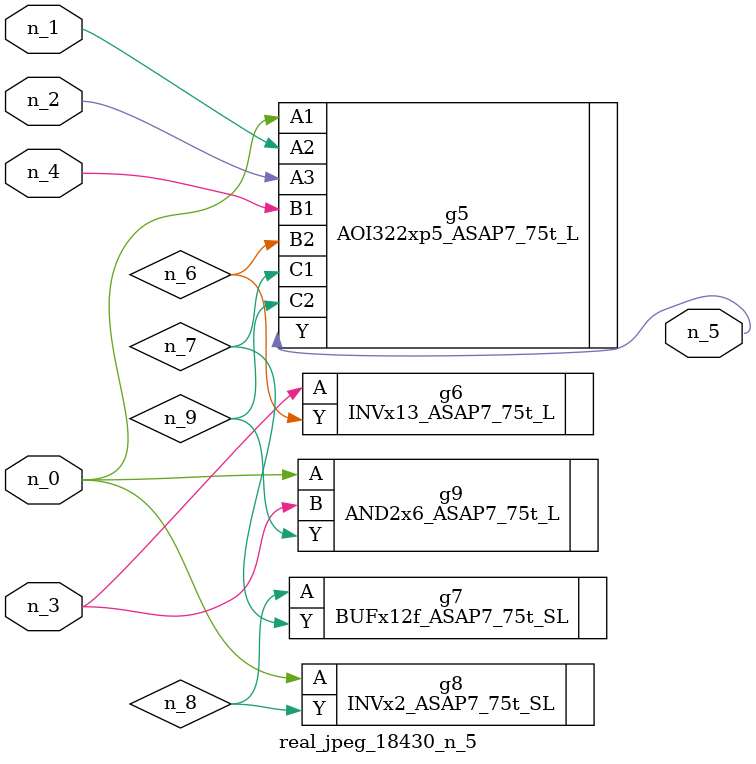
<source format=v>
module real_jpeg_18430_n_5 (n_4, n_0, n_1, n_2, n_3, n_5);

input n_4;
input n_0;
input n_1;
input n_2;
input n_3;

output n_5;

wire n_8;
wire n_6;
wire n_7;
wire n_9;

AOI322xp5_ASAP7_75t_L g5 ( 
.A1(n_0),
.A2(n_1),
.A3(n_2),
.B1(n_4),
.B2(n_6),
.C1(n_7),
.C2(n_9),
.Y(n_5)
);

INVx2_ASAP7_75t_SL g8 ( 
.A(n_0),
.Y(n_8)
);

AND2x6_ASAP7_75t_L g9 ( 
.A(n_0),
.B(n_3),
.Y(n_9)
);

INVx13_ASAP7_75t_L g6 ( 
.A(n_3),
.Y(n_6)
);

BUFx12f_ASAP7_75t_SL g7 ( 
.A(n_8),
.Y(n_7)
);


endmodule
</source>
